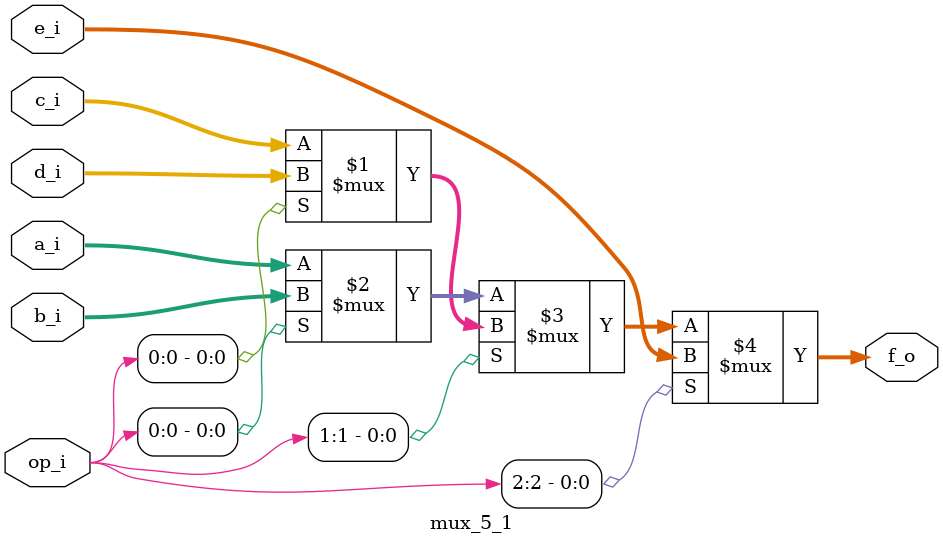
<source format=v>
module idecode(
    input   wire            clk_i,
    input   wire            rst_i,
    input   wire            rf_we_i,  // Ð´Ê¹ÄÜ
    input   wire    [2:0]   sext_op_i,// Ñ¡ÔñÀ©Õ¹µÄÀàÐÍ
    input   wire    [2:0]   wd_sel_i, // Ñ¡ÔñÏò¼Ä´æÆ÷Ð´ÈëµÄÊý¾Ý
    input   wire    [31:0]  inst_i,   // Ö¸Áî
    input   wire    [31:0]  pc4_i,    // pc + 4
    input   wire    [31:0]  alu_c_i,  // ALU µÄÊä³ö½á¹û
    input   wire    [31:0]  dram_rd_i,// ´æ´¢µ¥ÔªµÄÊä³ö
    input   wire    [31:0]  pcimm_i,  // pc + imm µÄÖµ
    output  wire    [31:0]  ext_o,    // À©Õ¹µ¥ÔªµÄÀ©Õ¹½á¹û
    output  wire    [31:0]  rD1_o,    // ¼Ä´æÆ÷¶ÑµÄÊä³ö 1
    output  wire    [31:0]  rD2_o,    // ¼Ä´æÆ÷¶ÑµÄÊä³ö 2
    output  wire    [31:0]  debug_wb_value      // WB½×¶ÎÐ´Èë¼Ä´æÆ÷µÄÖµ (Èôwb_ena»òwb_have_inst=0£¬´ËÏî¿ÉÎªÈÎÒâÖµ)
    );
    
    wire    [31:0]  wD_wire;
    assign  debug_wb_value = wD_wire;

    sext idecode_sext(
        .rst_i      (rst_i),
        .sext_op_i  (sext_op_i),
        .din        (inst_i),
        .ext_o      (ext_o)
    );
    
    rf idecode_rf(
        .rst_i  (rst_i),
        .clk_i  (clk_i), 
        .rf_we_i(rf_we_i),
        .rR1_i  (inst_i[19:15]),
        .rR2_i  (inst_i[24:20]),
        .wR_i   (inst_i[11:7]),
        .wD_i   (wD_wire),
        .rD1_o  (rD1_o),
        .rD2_o  (rD2_o)
    );
    
    mux_5_1 idecode_mux_5_1(
        .op_i   (wd_sel_i),
        .a_i    (alu_c_i),
        .b_i    (pc4_i),
        .c_i    (dram_rd_i),
        .d_i    (ext_o), 
        .e_i    (pcimm_i),
        .f_o    (wD_wire)
    );
    
endmodule

module  mux_5_1(
    input   wire    [2:0]   op_i,
    input   wire    [31:0]  a_i,
    input   wire    [31:0]  b_i,
    input   wire    [31:0]  c_i,
    input   wire    [31:0]  d_i,
    input   wire    [31:0]  e_i,
    output  wire    [31:0]  f_o
);

assign f_o = op_i[2] ? e_i : (op_i[1] ? (op_i[0] ? d_i : c_i) : (op_i[0] ? b_i : a_i));

endmodule

</source>
